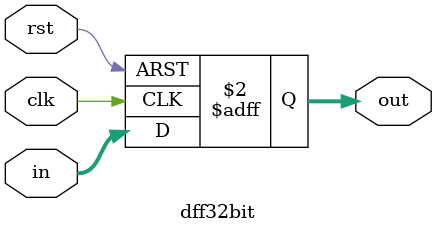
<source format=v>
module dff32bit(clk, rst, in, out);
input clk, rst;
input[31:0] in;
output reg[31:0] out;

always @(posedge rst, posedge clk)
begin
	if(rst) out<=0;
	else out<=in;
end

endmodule
</source>
